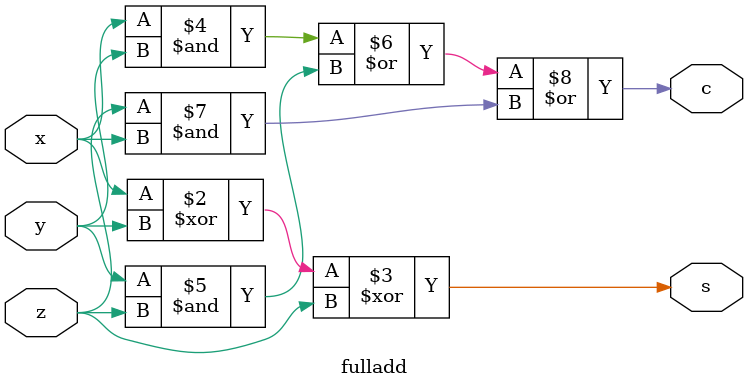
<source format=v>
module radd(x, y, s);
    input [3:0]x, y;
    output [3:0]s;
    wire [4:0]c;
    fulladd f1(x[0], y[0], 1'b0, s[0], c[1]);
    fulladd f2(x[1], y[1], c[1], s[1], c[2]);
    fulladd f3(x[2], y[2], c[2], s[2], c[3]);
    fulladd f4(x[3], y[3], c[3], s[3], c[4]);
endmodule

module fulladd(x,y,z,s,c);
    input x, y, z;
    output reg s, c;
    always @(x,y,z) begin
        s = x^y^z;
        c = x&y | y&z | z&x;
    end
endmodule
</source>
